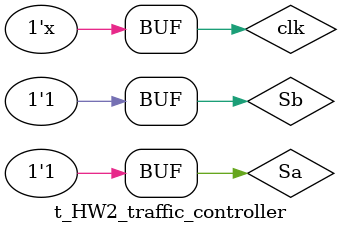
<source format=v>
module t_HW2_traffic_controller();

	reg clk, Sa, Sb;
	wire Ra, Rb, Ga, Gb, Ya, Yb;

	HW2_traffic_controller h1(clk, Sa, Sb, Ra, Rb, Ga, Gb, Ya, Yb);
	
	initial begin
		clk = 1;
		#2 Sa = 1;Sb = 1;

	end


always  begin
	#10 clk  <= ~clk;
end


endmodule
</source>
